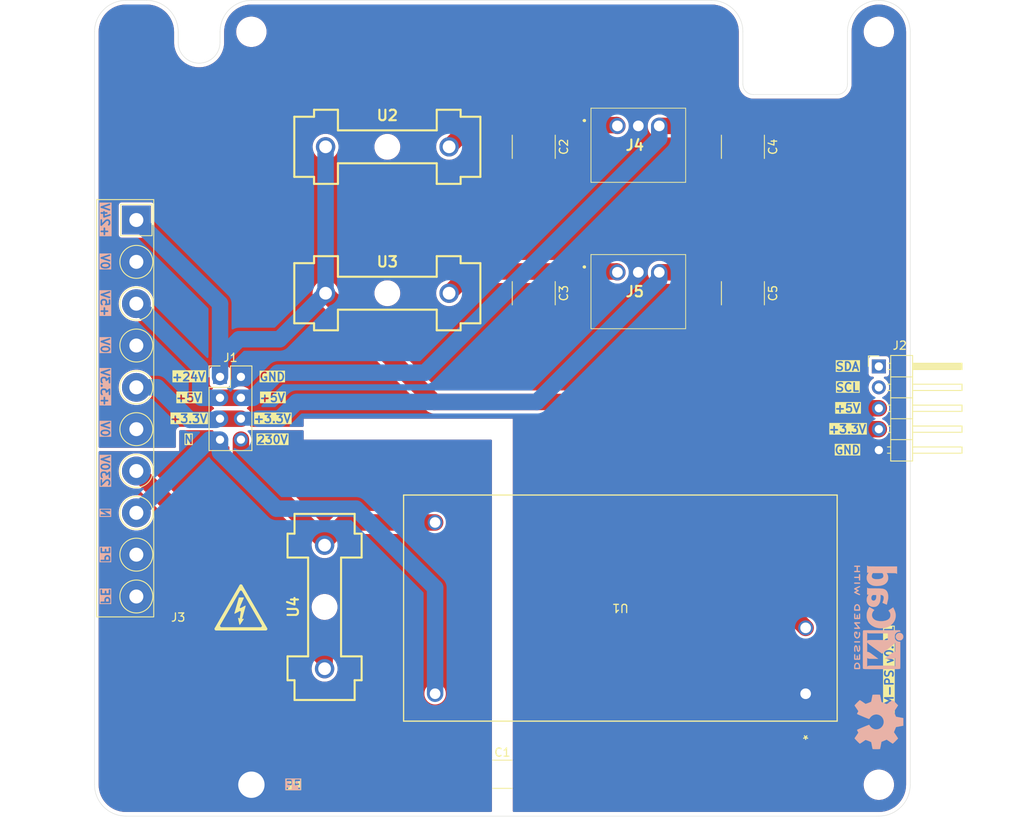
<source format=kicad_pcb>
(kicad_pcb (version 20240108) (generator "pcbnew") (generator_version "8.0")
  (layers (0 "F.Cu" signal) (31 "B.Cu" signal) (34 "B.Paste" user) (35 "F.Paste" user) (36 "B.SilkS" user "B.Silkscreen") (37 "F.SilkS" user "F.Silkscreen") (38 "B.Mask" user) (39 "F.Mask" user) (44 "Edge.Cuts" user))
  (net 0 "")
  (net 1 "GND")
  (net 4 "+5V")
  (net 5 "+3.3V")
  (net 6 "PE")
  (net 7 "230V")
  (net 8 "N")
  (net 9 "+24V")
  (net 10 "Net-(J4-VIN)")
  (net 11 "Net-(J5-VIN)")
  (net 12 "Net-(J3-Pin_7)")
  (footprint "kicad_inventree_lib:K7805-2000R3" (layer "F.Cu") (at 88.9 83.82)
    (property "Reference" "J5" (at 2.115 2.35 0) (layer "F.SilkS") (effects (font (size 1.27 1.27) (thickness 0.254))))
    (property "Value" "K7803-2000R3" (hide yes))
    (pad "1" thru_hole circle (at 0 0) (size 1.95 1.95) (drill 1.3) (layers "*.Cu" "*.Mask") (net 11 "Net-(J5-VIN)"))
    (pad "2" thru_hole circle (at 2.54 0) (size 1.95 1.95) (drill 1.3) (layers "*.Cu" "*.Mask") (net 1 "GND"))
    (pad "3" thru_hole circle (at 5.08 0) (size 1.95 1.95) (drill 1.3) (layers "*.Cu" "*.Mask") (net 5 "+3.3V"))
  )
  (footprint "MountingHole:MountingHole_3.2mm_M3" (layer "F.Cu") (at 120.65 146.05)
    (property "Reference" "H3" (hide yes))
    (property "Value" "MountingHole")
    (pad "" np_thru_hole circle (at 0 0) (size 3.2 3.2) (drill 3.2) (layers "*.Cu" "*.Mask"))
  )
  (footprint "kicad_inventree_lib:C_2220_5750Metric_Pad1.97x5.40mm_HandSolder" (layer "F.Cu") (at 78.74 86.36 -90)
    (property "Reference" "C3" (at 0 -3.65 90) (layer "F.SilkS"))
    (property "Value" "22uF")
    (pad "1" smd roundrect (at -2.6375 0 270) (size 1.975 5.4) (layers "F.Cu" "F.Paste" "F.Mask") (roundrect_rratio 0.126582) (net 11 "Net-(J5-VIN)"))
    (pad "2" smd roundrect (at 2.6375 0 270) (size 1.975 5.4) (layers "F.Cu" "F.Paste" "F.Mask") (roundrect_rratio 0.126582) (net 1 "GND"))
  )
  (footprint "kicad_inventree_lib:C_2220_5750Metric_Pad1.97x5.40mm_HandSolder" (layer "F.Cu") (at 104.14 86.36 -90)
    (property "Reference" "C5" (at 0 -3.65 90) (layer "F.SilkS"))
    (property "Value" "22uF")
    (pad "1" smd roundrect (at -2.6375 0 270) (size 1.975 5.4) (layers "F.Cu" "F.Paste" "F.Mask") (roundrect_rratio 0.126582) (net 5 "+3.3V"))
    (pad "2" smd roundrect (at 2.6375 0 270) (size 1.975 5.4) (layers "F.Cu" "F.Paste" "F.Mask") (roundrect_rratio 0.126582) (net 1 "GND"))
  )
  (footprint "kicad_inventree_lib:IRM-20-24_MWU" (layer "F.Cu") (at 111.76 135 180)
    (property "Reference" "U1" (at 22.500006 10.401698 180) (layer "F.SilkS"))
    (property "Value" "IRM-20-24")
    (fp_text user "*" (at 0 -5 180) (layer "F.SilkS"))
    (pad "1" thru_hole circle (at 0 0 180) (size 1.8034 1.8034) (drill 1.2954) (layers "*.Cu" "*.Mask") (net 1 "GND"))
    (pad "2" thru_hole circle (at 0 7.999999 180) (size 1.8034 1.8034) (drill 1.2954) (layers "*.Cu" "*.Mask") (net 9 "+24V"))
    (pad "3" thru_hole circle (at 45.000012 20.799999 180) (size 1.8034 1.8034) (drill 1.2954) (layers "*.Cu" "*.Mask") (net 7 "230V"))
    (pad "4" thru_hole circle (at 45.000012 0 180) (size 1.8034 1.8034) (drill 1.2954) (layers "*.Cu" "*.Mask") (net 8 "N"))
  )
  (footprint "kicad_inventree_lib:C_2220_5750Metric_Pad1.97x5.40mm_HandSolder" (layer "F.Cu") (at 104.14 68.58 -90)
    (property "Reference" "C4" (at 0 -3.65 90) (layer "F.SilkS"))
    (property "Value" "22uF")
    (pad "1" smd roundrect (at -2.6375 0 270) (size 1.975 5.4) (layers "F.Cu" "F.Paste" "F.Mask") (roundrect_rratio 0.126582) (net 4 "+5V"))
    (pad "2" smd roundrect (at 2.6375 0 270) (size 1.975 5.4) (layers "F.Cu" "F.Paste" "F.Mask") (roundrect_rratio 0.126582) (net 1 "GND"))
  )
  (footprint "Capacitor_SMD:C_1812_4532Metric_Pad1.57x3.40mm_HandSolder" (layer "F.Cu") (at 74.93 144.78)
    (property "Reference" "C1" (at 0 -2.65 0) (layer "F.SilkS"))
    (property "Value" "4.7nF 2kV")
    (pad "1" smd roundrect (at -2.1375 0) (size 1.575 3.4) (layers "F.Cu" "F.Paste" "F.Mask") (roundrect_rratio 0.15873) (net 6 "PE"))
    (pad "2" smd roundrect (at 2.1375 0) (size 1.575 3.4) (layers "F.Cu" "F.Paste" "F.Mask") (roundrect_rratio 0.15873) (net 1 "GND"))
  )
  (footprint "NextPCB:Fuseholder" (layer "F.Cu") (at 60.96 86.36)
    (property "Reference" "U3" (at 0 -3.81 0) (layer "F.SilkS") (effects (font (size 1.27 1.27) (thickness 0.254))))
    (property "Value" "64900001039" (hide yes))
    (pad "" np_thru_hole circle (at 0 0) (size 2.65 2.65) (drill 2.65) (layers "*.Cu" "*.Mask"))
    (pad "1" thru_hole circle (at -7.5 0) (size 2.35 2.35) (drill 1.55) (layers "*.Cu" "*.Mask") (net 9 "+24V"))
    (pad "2" thru_hole circle (at 7.5 0) (size 2.35 2.35) (drill 1.55) (layers "*.Cu" "*.Mask") (net 11 "Net-(J5-VIN)"))
  )
  (footprint "Connector_PinHeader_2.54mm:PinHeader_1x05_P2.54mm_Horizontal" (layer "F.Cu") (at 120.65 95.25)
    (property "Reference" "J2" (at 2.54 -2.54 0) (layer "F.SilkS"))
    (property "Value" "PinHeader_01x05_P2.54_THT_angle")
    (pad "1" thru_hole rect (at 0 0) (size 1.7 1.7) (drill 1) (layers "*.Cu" "*.Mask"))
    (pad "2" thru_hole oval (at 0 2.54) (size 1.7 1.7) (drill 1) (layers "*.Cu" "*.Mask"))
    (pad "3" thru_hole oval (at 0 5.08) (size 1.7 1.7) (drill 1) (layers "*.Cu" "*.Mask") (net 4 "+5V"))
    (pad "4" thru_hole oval (at 0 7.62) (size 1.7 1.7) (drill 1) (layers "*.Cu" "*.Mask") (net 5 "+3.3V"))
    (pad "5" thru_hole oval (at 0 10.16) (size 1.7 1.7) (drill 1) (layers "*.Cu" "*.Mask") (net 1 "GND"))
  )
  (footprint "NextPCB:Fuseholder" (layer "F.Cu") (at 53.34 124.46 90)
    (property "Reference" "U4" (at 0 -3.81 90) (layer "F.SilkS") (effects (font (size 1.27 1.27) (thickness 0.254))))
    (property "Value" "64900001039" (hide yes))
    (pad "" np_thru_hole circle (at 0 0 90) (size 2.65 2.65) (drill 2.65) (layers "*.Cu" "*.Mask"))
    (pad "1" thru_hole circle (at -7.5 0 90) (size 2.35 2.35) (drill 1.55) (layers "*.Cu" "*.Mask") (net 12 "Net-(J3-Pin_7)"))
    (pad "2" thru_hole circle (at 7.5 0 90) (size 2.35 2.35) (drill 1.55) (layers "*.Cu" "*.Mask") (net 7 "230V"))
  )
  (footprint "MountingHole:MountingHole_3.2mm_M3" (layer "F.Cu") (at 44.45 54.61)
    (property "Reference" "H1" (hide yes))
    (property "Value" "MountingHole")
    (pad "" np_thru_hole circle (at 0 0) (size 3.2 3.2) (drill 3.2) (layers "*.Cu" "*.Mask"))
  )
  (footprint "kicad_inventree_lib:symbol_high_voltage" (layer "F.Cu") (at 43.18 124.46)
    (property "Reference" "REF**" (hide yes))
    (property "Value" "symbol_high_voltage")
  )
  (footprint "kicad_inventree_lib:Degson_2EDGR-5.08-10P" (layer "F.Cu") (at 30.48 77.47 -90)
    (property "Reference" "J3" (at 48.26 -5.08 0) (layer "F.SilkS"))
    (property "Value" "2EDGR-5.08-10P" (hide yes))
    (pad "1" thru_hole rect (at 0 0 270) (size 3.5 3.5) (drill 1.7) (layers "*.Cu" "*.Mask") (net 9 "+24V"))
    (pad "2" thru_hole circle (at 5.08 0 270) (size 3.5 3.5) (drill 1.7) (layers "*.Cu" "*.Mask") (net 1 "GND"))
    (pad "3" thru_hole circle (at 10.16 0 270) (size 3.5 3.5) (drill 1.7) (layers "*.Cu" "*.Mask") (net 4 "+5V"))
    (pad "4" thru_hole circle (at 15.24 0 270) (size 3.5 3.5) (drill 1.7) (layers "*.Cu" "*.Mask") (net 1 "GND"))
    (pad "5" thru_hole circle (at 20.32 0 270) (size 3.5 3.5) (drill 1.7) (layers "*.Cu" "*.Mask") (net 5 "+3.3V"))
    (pad "6" thru_hole circle (at 25.4 0 270) (size 3.5 3.5) (drill 1.7) (layers "*.Cu" "*.Mask") (net 1 "GND"))
    (pad "7" thru_hole circle (at 30.48 0 270) (size 3.5 3.5) (drill 1.7) (layers "*.Cu" "*.Mask") (net 12 "Net-(J3-Pin_7)"))
    (pad "8" thru_hole circle (at 35.56 0 270) (size 3.5 3.5) (drill 1.7) (layers "*.Cu" "*.Mask") (net 8 "N"))
    (pad "9" thru_hole circle (at 40.64 0 270) (size 3.5 3.5) (drill 1.7) (layers "*.Cu" "*.Mask") (net 6 "PE"))
    (pad "10" thru_hole circle (at 45.72 0 270) (size 3.5 3.5) (drill 1.7) (layers "*.Cu" "*.Mask") (net 6 "PE"))
  )
  (footprint "kicad_inventree_lib:PM-front-02x04" (layer "F.Cu") (at 39.37 100.33)
    (property "Reference" "J1" (at 2.54 -6.14 0) (layer "F.SilkS"))
    (property "Value" "~")
    (pad "1" thru_hole rect (at 1.27 -3.81) (size 1.7 1.7) (drill 1) (layers "*.Cu" "*.Mask") (net 9 "+24V"))
    (pad "2" thru_hole oval (at 3.81 -3.81) (size 1.7 1.7) (drill 1) (layers "*.Cu" "*.Mask") (net 1 "GND"))
    (pad "3" thru_hole oval (at 1.27 -1.27) (size 1.7 1.7) (drill 1) (layers "*.Cu" "*.Mask") (net 4 "+5V"))
    (pad "4" thru_hole oval (at 3.81 -1.27) (size 1.7 1.7) (drill 1) (layers "*.Cu" "*.Mask") (net 4 "+5V"))
    (pad "5" thru_hole oval (at 1.27 1.27) (size 1.7 1.7) (drill 1) (layers "*.Cu" "*.Mask") (net 5 "+3.3V"))
    (pad "6" thru_hole oval (at 3.81 1.27) (size 1.7 1.7) (drill 1) (layers "*.Cu" "*.Mask") (net 5 "+3.3V"))
    (pad "7" thru_hole oval (at 1.27 3.81) (size 1.7 1.7) (drill 1) (layers "*.Cu" "*.Mask") (net 8 "N"))
    (pad "8" thru_hole oval (at 3.81 3.81) (size 1.7 1.7) (drill 1) (layers "*.Cu" "*.Mask") (net 7 "230V"))
  )
  (footprint "NextPCB:Fuseholder" (layer "F.Cu") (at 60.96 68.58)
    (property "Reference" "U2" (at 0 -3.81 0) (layer "F.SilkS") (effects (font (size 1.27 1.27) (thickness 0.254))))
    (property "Value" "64900001039" (hide yes))
    (pad "" np_thru_hole circle (at 0 0) (size 2.65 2.65) (drill 2.65) (layers "*.Cu" "*.Mask"))
    (pad "1" thru_hole circle (at -7.5 0) (size 2.35 2.35) (drill 1.55) (layers "*.Cu" "*.Mask") (net 9 "+24V"))
    (pad "2" thru_hole circle (at 7.5 0) (size 2.35 2.35) (drill 1.55) (layers "*.Cu" "*.Mask") (net 10 "Net-(J4-VIN)"))
  )
  (footprint "kicad_inventree_lib:PE" (layer "F.Cu") (at 44.45 146.05)
    (property "Reference" "PE1" (hide yes))
    (property "Value" "PE")
    (pad "1" thru_hole oval (at 0 0) (size 6.35 6.35) (drill 3.2) (layers "*.Cu" "*.Mask") (net 6 "PE"))
  )
  (footprint "kicad_inventree_lib:C_2220_5750Metric_Pad1.97x5.40mm_HandSolder" (layer "F.Cu") (at 78.74 68.58 -90)
    (property "Reference" "C2" (at 0 -3.65 90) (layer "F.SilkS"))
    (property "Value" "22uF")
    (pad "1" smd roundrect (at -2.6375 0 270) (size 1.975 5.4) (layers "F.Cu" "F.Paste" "F.Mask") (roundrect_rratio 0.126582) (net 10 "Net-(J4-VIN)"))
    (pad "2" smd roundrect (at 2.6375 0 270) (size 1.975 5.4) (layers "F.Cu" "F.Paste" "F.Mask") (roundrect_rratio 0.126582) (net 1 "GND"))
  )
  (footprint "kicad_inventree_lib:K7805-2000R3" (layer "F.Cu") (at 88.9 66.04)
    (property "Reference" "J4" (at 2.115 2.35 0) (layer "F.SilkS") (effects (font (size 1.27 1.27) (thickness 0.254))))
    (property "Value" "K7805-2000R3" (hide yes))
    (pad "1" thru_hole circle (at 0 0) (size 1.95 1.95) (drill 1.3) (layers "*.Cu" "*.Mask") (net 10 "Net-(J4-VIN)"))
    (pad "2" thru_hole circle (at 2.54 0) (size 1.95 1.95) (drill 1.3) (layers "*.Cu" "*.Mask") (net 1 "GND"))
    (pad "3" thru_hole circle (at 5.08 0) (size 1.95 1.95) (drill 1.3) (layers "*.Cu" "*.Mask") (net 4 "+5V"))
  )
  (footprint "MountingHole:MountingHole_3.2mm_M3" (layer "F.Cu") (at 120.65 54.61)
    (property "Reference" "H2" (hide yes))
    (property "Value" "MountingHole")
    (pad "" np_thru_hole circle (at 0 0) (size 3.2 3.2) (drill 3.2) (layers "*.Cu" "*.Mask"))
  )
  (footprint "Symbol:KiCad-Logo2_5mm_SilkScreen" (layer "B.Cu") (at 120.65 125.73 90)
    (property "Reference" "kicad_logo" (hide yes))
    (property "Value" "KiCad-Logo2_5mm_SilkScreen" (hide yes))
  )
  (footprint "Symbol:OSHW-Symbol_6.7x6mm_SilkScreen" (layer "B.Cu") (at 120.65 138.43 90)
    (property "Reference" "oshw_logo" (hide yes))
    (property "Value" "OSHW-Symbol_6.7x6mm_SilkScreen" (hide yes))
  )
  (gr_line (start 29.21 50.8) (end 31.75 50.8) (stroke (width 0.05)) (layer "Edge.Cuts"))
  (gr_arc (start 38.1 58.42) (mid 36.303949 57.676051) (end 35.56 55.88) (stroke (width 0.05)) (layer "Edge.Cuts"))
  (gr_arc (start 29.21 149.86) (mid 26.515923 148.744077) (end 25.4 146.05) (stroke (width 0.05)) (layer "Edge.Cuts"))
  (gr_arc (start 31.75 50.8) (mid 34.444077 51.915923) (end 35.56 54.61) (stroke (width 0.05)) (layer "Edge.Cuts"))
  (gr_arc (start 25.4 54.61) (mid 26.515923 51.915923) (end 29.21 50.8) (stroke (width 0.05)) (layer "Edge.Cuts"))
  (gr_arc (start 40.64 54.61) (mid 41.755923 51.915923) (end 44.45 50.8) (stroke (width 0.05)) (layer "Edge.Cuts"))
  (gr_arc (start 116.84 60.96) (mid 116.468026 61.858026) (end 115.57 62.23) (stroke (width 0.05)) (layer "Edge.Cuts"))
  (gr_arc (start 116.84 54.61) (mid 117.955923 51.915923) (end 120.65 50.8) (stroke (width 0.05)) (layer "Edge.Cuts"))
  (gr_line (start 116.84 54.61) (end 116.84 60.96) (stroke (width 0.05)) (layer "Edge.Cuts"))
  (gr_line (start 25.4 146.05) (end 25.4 54.61) (stroke (width 0.05)) (layer "Edge.Cuts"))
  (gr_arc (start 40.64 55.88) (mid 39.896051 57.676051) (end 38.1 58.42) (stroke (width 0.05)) (layer "Edge.Cuts"))
  (gr_line (start 120.65 149.86) (end 29.21 149.86) (stroke (width 0.05)) (layer "Edge.Cuts"))
  (gr_arc (start 105.41 62.23) (mid 104.511974 61.858026) (end 104.14 60.96) (stroke (width 0.05)) (layer "Edge.Cuts"))
  (gr_line (start 124.46 54.61) (end 124.46 146.05) (stroke (width 0.05)) (layer "Edge.Cuts"))
  (gr_arc (start 100.33 50.8) (mid 103.024077 51.915923) (end 104.14 54.61) (stroke (width 0.05)) (layer "Edge.Cuts"))
  (gr_arc (start 120.65 50.8) (mid 123.344077 51.915923) (end 124.46 54.61) (stroke (width 0.05)) (layer "Edge.Cuts"))
  (gr_line (start 35.56 55.88) (end 35.56 54.61) (stroke (width 0.05)) (layer "Edge.Cuts"))
  (gr_line (start 105.41 62.23) (end 115.57 62.23) (stroke (width 0.05)) (layer "Edge.Cuts"))
  (gr_arc (start 124.46 146.05) (mid 123.344077 148.744077) (end 120.65 149.86) (stroke (width 0.05)) (layer "Edge.Cuts"))
  (gr_line (start 104.14 54.61) (end 104.14 60.96) (stroke (width 0.05)) (layer "Edge.Cuts"))
  (gr_line (start 40.64 54.61) (end 40.64 55.88) (stroke (width 0.05)) (layer "Edge.Cuts"))
  (gr_line (start 44.45 50.8) (end 100.33 50.8) (stroke (width 0.05)) (layer "Edge.Cuts"))
  (gr_text "N" (at 26.67 113.03 270) (layer "B.SilkS" knockout) (effects (font (size 1 1) (thickness 0.2) (bold yes)) (justify mirror)))
  (gr_text "0V" (at 26.67 102.87 270) (layer "B.SilkS" knockout) (effects (font (size 1 1) (thickness 0.2) (bold yes)) (justify mirror)))
  (gr_text "PE" (at 49.53 146.05 -0) (layer "B.SilkS" knockout) (effects (font (size 1 1) (thickness 0.2) (bold yes)) (justify mirror)))
  (gr_text "0V" (at 26.67 92.71 270) (layer "B.SilkS" knockout) (effects (font (size 1 1) (thickness 0.2) (bold yes)) (justify mirror)))
  (gr_text "+24V" (at 26.67 77.47 270) (layer "B.SilkS" knockout) (effects (font (size 1 1) (thickness 0.2) (bold yes)) (justify mirror)))
  (gr_text "PE" (at 26.67 118.11 270) (layer "B.SilkS" knockout) (effects (font (size 1 1) (thickness 0.2) (bold yes)) (justify mirror)))
  (gr_text "0V" (at 26.67 82.55 270) (layer "B.SilkS" knockout) (effects (font (size 1 1) (thickness 0.2) (bold yes)) (justify mirror)))
  (gr_text "+5V" (at 26.67 87.63 270) (layer "B.SilkS" knockout) (effects (font (size 1 1) (thickness 0.2) (bold yes)) (justify mirror)))
  (gr_text "+3.3V" (at 26.67 97.79 270) (layer "B.SilkS" knockout) (effects (font (size 1 1) (thickness 0.2) (bold yes)) (justify mirror)))
  (gr_text "PE" (at 26.67 123.19 270) (layer "B.SilkS" knockout) (effects (font (size 1 1) (thickness 0.2) (bold yes)) (justify mirror)))
  (gr_text "230V" (at 26.67 107.95 270) (layer "B.SilkS" knockout) (effects (font (size 1 1) (thickness 0.2) (bold yes)) (justify mirror)))
  (gr_text "PM-PS v0.0.1" (at 121.92 132.08 90) (layer "F.SilkS" knockout) (effects (font (size 1 1) (thickness 0.2) (bold yes))))
  (gr_text "+24V" (at 36.83 96.52 0) (layer "F.SilkS" knockout) (effects (font (size 1 1) (thickness 0.2) (bold yes))))
  (gr_text "+3.3V" (at 36.83 101.6 0) (layer "F.SilkS" knockout) (effects (font (size 1 1) (thickness 0.2) (bold yes))))
  (gr_text "GND" (at 116.84 105.41 0) (layer "F.SilkS" knockout) (effects (font (size 1 1) (thickness 0.2) (bold yes))))
  (gr_text "230V" (at 46.99 104.14 0) (layer "F.SilkS" knockout) (effects (font (size 1 1) (thickness 0.2) (bold yes))))
  (gr_text "+3.3V" (at 116.84 102.87 0) (layer "F.SilkS" knockout) (effects (font (size 1 1) (thickness 0.2) (bold yes))))
  (gr_text "PE" (at 49.53 146.05 0) (layer "F.SilkS" knockout) (effects (font (size 1 1) (thickness 0.2) (bold yes))))
  (gr_text "SDA" (at 116.84 95.25 0) (layer "F.SilkS" knockout) (effects (font (size 1 1) (thickness 0.2) (bold yes))))
  (gr_text "N" (at 36.83 104.14 0) (layer "F.SilkS" knockout) (effects (font (size 1 1) (thickness 0.2) (bold yes))))
  (gr_text "+3.3V" (at 46.99 101.6 0) (layer "F.SilkS" knockout) (effects (font (size 1 1) (thickness 0.2) (bold yes))))
  (gr_text "GND" (at 46.99 96.52 0) (layer "F.SilkS" knockout) (effects (font (size 1 1) (thickness 0.2) (bold yes))))
  (gr_text "+5V" (at 36.83 99.06 0) (layer "F.SilkS" knockout) (effects (font (size 1 1) (thickness 0.2) (bold yes))))
  (gr_text "SCL" (at 116.84 97.79 0) (layer "F.SilkS" knockout) (effects (font (size 1 1) (thickness 0.2) (bold yes))))
  (gr_text "+5V" (at 46.99 99.06 0) (layer "F.SilkS" knockout) (effects (font (size 1 1) (thickness 0.2) (bold yes))))
  (gr_text "+5V" (at 116.84 100.33 0) (layer "F.SilkS" knockout) (effects (font (size 1 1) (thickness 0.2) (bold yes))))
  (segment (start 113.03 72.644) (end 113.03 94.742) (width 2) (layer "F.Cu") (net 4))
  (segment (start 113.03 94.742) (end 118.618 100.33) (width 2) (layer "F.Cu") (net 4))
  (segment (start 104.0425 66.04) (end 104.14 65.9425) (width 2) (layer "F.Cu") (net 4))
  (segment (start 104.14 65.9425) (end 106.3285 65.9425) (width 2) (layer "F.Cu") (net 4))
  (segment (start 93.98 66.04) (end 104.0425 66.04) (width 2) (layer "F.Cu") (net 4))
  (segment (start 106.3285 65.9425) (end 113.03 72.644) (width 2) (layer "F.Cu") (net 4))
  (segment (start 43.18 99.06) (end 40.64 99.06) (width 2) (layer "F.Cu") (net 4))
  (segment (start 118.618 100.33) (end 120.65 100.33) (width 2) (layer "F.Cu") (net 4))
  (segment (start 47.68776 96.012) (end 65.532 96.012) (width 2) (layer "B.Cu") (net 4))
  (segment (start 43.18 99.06) (end 44.63976 99.06) (width 2) (layer "B.Cu") (net 4))
  (segment (start 44.63976 99.06) (end 47.68776 96.012) (width 2) (layer "B.Cu") (net 4))
  (segment (start 40.64 99.06) (end 38.3883 99.06) (width 2) (layer "B.Cu") (net 4))
  (segment (start 30.48 87.63) (end 38.2383 95.3883) (width 2) (layer "B.Cu") (net 4))
  (segment (start 65.532 96.012) (end 93.98 67.564) (width 2) (layer "B.Cu") (net 4))
  (segment (start 38.2383 95.3883) (end 38.2383 98.91) (width 2) (layer "B.Cu") (net 4))
  (segment (start 93.98 67.564) (end 93.98 66.04) (width 2) (layer "B.Cu") (net 4))
  (segment (start 38.2383 98.91) (end 38.3883 99.06) (width 2) (layer "B.Cu") (net 4))
  (segment (start 120.65 102.87) (end 116.078 102.87) (width 2) (layer "F.Cu") (net 5))
  (segment (start 93.98 83.82) (end 104.0425 83.82) (width 2) (layer "F.Cu") (net 5))
  (segment (start 106.3285 83.7225) (end 104.14 83.7225) (width 2) (layer "F.Cu") (net 5))
  (segment (start 109.982 87.376) (end 106.3285 83.7225) (width 2) (layer "F.Cu") (net 5))
  (segment (start 43.18 101.6) (end 40.64 101.6) (width 2) (layer "F.Cu") (net 5))
  (segment (start 116.078 102.87) (end 109.982 96.774) (width 2) (layer "F.Cu") (net 5))
  (segment (start 104.0425 83.82) (end 104.14 83.7225) (width 2) (layer "F.Cu") (net 5))
  (segment (start 109.982 96.774) (end 109.982 87.376) (width 2) (layer "F.Cu") (net 5))
  (segment (start 40.1382 101.7398) (end 40.278 101.6) (width 1.6998) (layer "B.Cu") (net 5))
  (segment (start 40.64 101.6) (end 40.278 101.6) (width 2) (layer "B.Cu") (net 5))
  (segment (start 36.9712 101.7398) (end 33.0214 97.79) (width 2) (layer "B.Cu") (net 5))
  (segment (start 49.9458 99.568) (end 47.9138 101.6) (width 2) (layer "B.Cu") (net 5))
  (segment (start 47.9138 101.6) (end 45.2816 101.6) (width 2) (layer "B.Cu") (net 5))
  (segment (start 93.98 83.82) (end 93.98 84.7051) (width 2) (layer "B.Cu") (net 5))
  (segment (start 79.1171 99.568) (end 49.9458 99.568) (width 2) (layer "B.Cu") (net 5))
  (segment (start 36.9712 101.7398) (end 40.1382 101.7398) (width 2) (layer "B.Cu") (net 5))
  (segment (start 33.0214 97.79) (end 30.48 97.79) (width 2) (layer "B.Cu") (net 5))
  (segment (start 93.98 84.7051) (end 79.1171 99.568) (width 2) (layer "B.Cu") (net 5))
  (segment (start 45.2816 101.6) (end 43.18 101.6) (width 1.6998) (layer "B.Cu") (net 5))
  (segment (start 55.6917 114.2) (end 53.34 116.5517) (width 2) (layer "F.Cu") (net 7))
  (segment (start 66.76 114.2) (end 55.6917 114.2) (width 2) (layer "F.Cu") (net 7))
  (segment (start 43.18 104.14) (end 43.18 106.3917) (width 2) (layer "F.Cu") (net 7))
  (segment (start 43.18 106.3917) (end 53.34 116.5517) (width 2) (layer "F.Cu") (net 7))
  (segment (start 53.34 116.5517) (end 53.34 116.96) (width 2) (layer "F.Cu") (net 7))
  (segment (start 40.64 104.14) (end 39.37 104.14) (width 2) (layer "B.Cu") (net 8))
  (segment (start 57.15 112.522) (end 47.498 112.522) (width 2) (layer "B.Cu") (net 8))
  (segment (start 38.108 105.402) (end 30.48 113.03) (width 2) (layer "B.Cu") (net 8))
  (segment (start 66.76 122.132) (end 57.15 112.522) (width 2) (layer "B.Cu") (net 8))
  (segment (start 66.76 135) (end 66.76 122.132) (width 2) (layer "B.Cu") (net 8))
  (segment (start 39.37 104.14) (end 38.108 105.402) (width 2) (layer "B.Cu") (net 8))
  (segment (start 40.64 105.664) (end 40.64 104.14) (width 2) (layer "B.Cu") (net 8))
  (segment (start 47.498 112.522) (end 40.64 105.664) (width 2) (layer "B.Cu") (net 8))
  (segment (start 111.76 127) (end 84.328 99.568) (width 2) (layer "F.Cu") (net 9))
  (segment (start 84.328 99.568) (end 66.668 99.568) (width 2) (layer "F.Cu") (net 9))
  (segment (start 66.668 99.568) (end 53.46 86.36) (width 2) (layer "F.Cu") (net 9))
  (segment (start 53.46 68.58) (end 53.46 86.36) (width 2) (layer "B.Cu") (net 9))
  (segment (start 40.64 87.63) (end 30.48 77.47) (width 2) (layer "B.Cu") (net 9))
  (segment (start 47.872 91.948) (end 53.46 86.36) (width 2) (layer "B.Cu") (net 9))
  (segment (start 40.64 96.52) (end 40.64 94.2683) (width 2) (layer "B.Cu") (net 9))
  (segment (start 42.9603 91.948) (end 47.872 91.948) (width 2) (layer "B.Cu") (net 9))
  (segment (start 40.64 94.2683) (end 42.9603 91.948) (width 2) (layer "B.Cu") (net 9))
  (segment (start 40.64 94.2683) (end 40.64 87.63) (width 2) (layer "B.Cu") (net 9))
  (segment (start 88.8025 65.9425) (end 78.74 65.9425) (width 2) (layer "F.Cu") (net 10))
  (segment (start 78.74 65.9425) (end 71.0975 65.9425) (width 2) (layer "F.Cu") (net 10))
  (segment (start 71.0975 65.9425) (end 68.46 68.58) (width 2) (layer "F.Cu") (net 10))
  (segment (start 88.9 66.04) (end 88.8025 65.9425) (width 2) (layer "F.Cu") (net 10))
  (segment (start 88.8025 83.7225) (end 78.74 83.7225) (width 2) (layer "F.Cu") (net 11))
  (segment (start 78.74 83.7225) (end 71.0975 83.7225) (width 2) (layer "F.Cu") (net 11))
  (segment (start 71.0975 83.7225) (end 68.46 86.36) (width 2) (layer "F.Cu") (net 11))
  (segment (start 88.9 83.82) (end 88.8025 83.7225) (width 2) (layer "F.Cu") (net 11))
  (segment (start 30.48 107.95) (end 53.34 130.81) (width 2) (layer "F.Cu") (net 12))
  (segment (start 53.34 130.81) (end 53.34 131.96) (width 2) (layer "F.Cu") (net 12))
  (zone (net 6) (net_name "PE") (layers "F&B.Cu") (priority 1) (connect_pads yes (clearance 0)) (min_thickness 0.25) (fill yes (thermal_gap 0.5) (thermal_bridge_width 0.5))
    (polygon (pts (xy 73.66 149.86) (xy 73.66 104.14) (xy 50.8 104.14) (xy 50.8 102.997) (xy 35.687 102.997) (xy 35.687 105.537) (xy 25.4 105.537) (xy 25.4 149.86)))
  )
  (zone (net 1) (net_name "GND") (layers "F&B.Cu") (connect_pads yes (clearance 0)) (min_thickness 0.25) (fill yes (thermal_gap 0.5) (thermal_bridge_width 0.5))
    (polygon (pts (xy 25.4 50.8) (xy 25.4 105.283) (xy 35.433 105.283) (xy 35.433 102.743) (xy 50.8 102.743) (xy 50.8 101.6) (xy 76.2 101.6) (xy 76.2 149.86) (xy 124.46 149.86) (xy 124.46 50.8)))
  )
)
</source>
